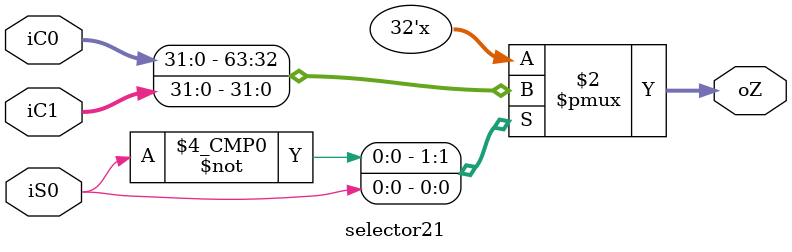
<source format=v>
`timescale 1ns / 1ps


module selector21(iC0,iC1,iS0,oZ);
    input [31:0] iC0;
    input [31:0] iC1;
    input iS0;
    output [31:0]oZ;
    reg [31:0]oZ;
    always@(iC0 or iC1 or iS0)
    begin
    case(iS0)
    	0:oZ=iC0;
    	1:oZ=iC1;
    endcase
    end
endmodule

</source>
